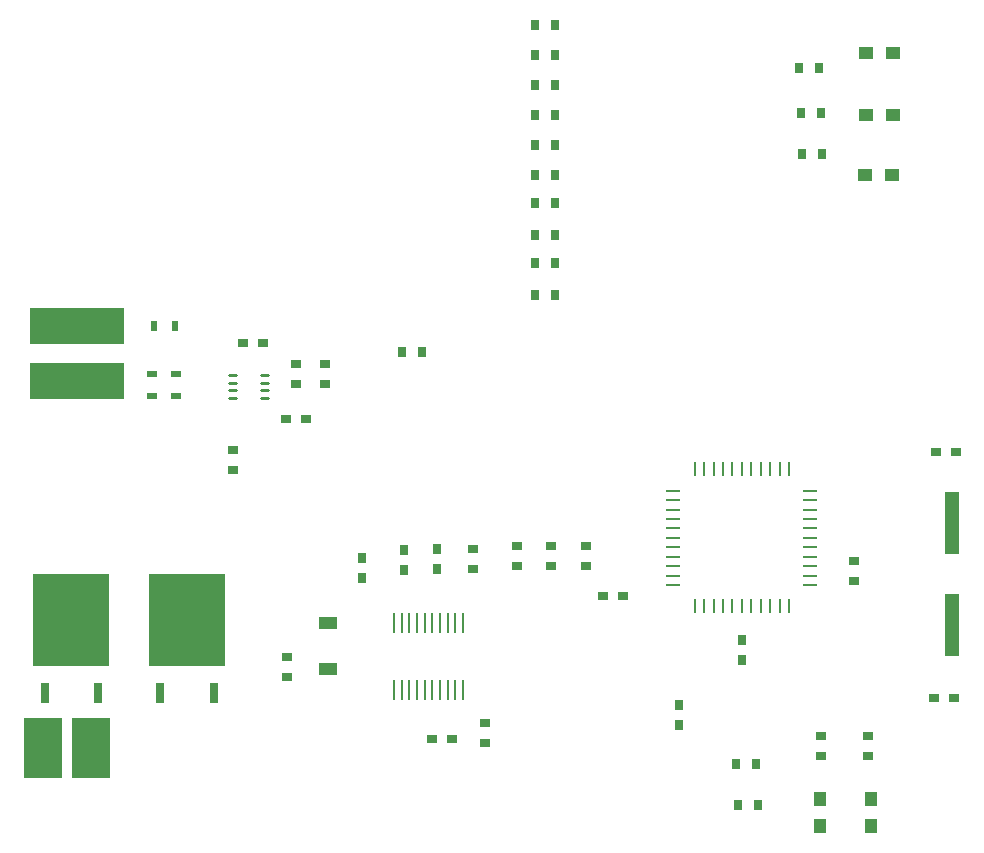
<source format=gbr>
G04 EAGLE Gerber RS-274X export*
G75*
%MOMM*%
%FSLAX34Y34*%
%LPD*%
%INSolderpaste Top*%
%IPPOS*%
%AMOC8*
5,1,8,0,0,1.08239X$1,22.5*%
G01*
%ADD10R,0.746000X0.846000*%
%ADD11R,0.846000X0.746000*%
%ADD12R,0.736600X1.752600*%
%ADD13R,6.451600X7.772400*%
%ADD14R,0.203200X1.778000*%
%ADD15R,3.251200X5.080000*%
%ADD16R,7.950200X3.048000*%
%ADD17R,0.250000X1.250000*%
%ADD18R,1.250000X0.250000*%
%ADD19R,1.246000X5.246000*%
%ADD20R,0.990600X1.143000*%
%ADD21C,0.225000*%
%ADD22R,1.143000X0.990600*%
%ADD23R,0.546000X0.946000*%
%ADD24R,1.546000X1.086000*%
%ADD25R,0.946000X0.546000*%


D10*
X563880Y318380D03*
X563880Y301380D03*
X627380Y326000D03*
X627380Y309000D03*
X599440Y324730D03*
X599440Y307730D03*
D11*
X622690Y165100D03*
X639690Y165100D03*
D12*
X392790Y203835D03*
X437790Y203835D03*
D13*
X415290Y265938D03*
D12*
X295000Y203835D03*
X340000Y203835D03*
D13*
X317500Y265938D03*
D11*
X753110Y311540D03*
X753110Y328540D03*
X723900Y311540D03*
X723900Y328540D03*
X657860Y326000D03*
X657860Y309000D03*
X500380Y234560D03*
X500380Y217560D03*
X668020Y178680D03*
X668020Y161680D03*
D14*
X649010Y263652D03*
X642510Y263652D03*
X636010Y263652D03*
X629510Y263652D03*
X623010Y263652D03*
X616510Y263652D03*
X610010Y263652D03*
X603510Y263652D03*
X597010Y263652D03*
X590510Y263652D03*
X590510Y206248D03*
X597010Y206248D03*
X603510Y206248D03*
X610010Y206248D03*
X616510Y206248D03*
X623010Y206248D03*
X629510Y206248D03*
X636010Y206248D03*
X642510Y206248D03*
X649010Y206248D03*
D11*
X694690Y328540D03*
X694690Y311540D03*
D15*
X293116Y157480D03*
X334264Y157480D03*
D11*
X479670Y500380D03*
X462670Y500380D03*
X516500Y435610D03*
X499500Y435610D03*
D16*
X322580Y467995D03*
X322580Y514985D03*
D11*
X454660Y409820D03*
X454660Y392820D03*
D17*
X845190Y277280D03*
X853190Y277280D03*
X861190Y277280D03*
X869190Y277280D03*
X877190Y277280D03*
X885190Y277280D03*
X893190Y277280D03*
X901190Y277280D03*
X909190Y277280D03*
X917190Y277280D03*
X925190Y277280D03*
D18*
X943190Y295280D03*
X943190Y303280D03*
X943190Y311280D03*
X943190Y319280D03*
X943190Y327280D03*
X943190Y335280D03*
X943190Y343280D03*
X943190Y351280D03*
X943190Y359280D03*
X943190Y367280D03*
X943190Y375280D03*
D17*
X925190Y393280D03*
X917190Y393280D03*
X909190Y393280D03*
X901190Y393280D03*
X893190Y393280D03*
X885190Y393280D03*
X877190Y393280D03*
X869190Y393280D03*
X861190Y393280D03*
X853190Y393280D03*
X845190Y393280D03*
D18*
X827190Y375280D03*
X827190Y367280D03*
X827190Y359280D03*
X827190Y351280D03*
X827190Y343280D03*
X827190Y335280D03*
X827190Y327280D03*
X827190Y319280D03*
X827190Y311280D03*
X827190Y303280D03*
X827190Y295280D03*
D11*
X508000Y482210D03*
X508000Y465210D03*
X532130Y465210D03*
X532130Y482210D03*
D19*
X1062990Y261800D03*
X1062990Y347800D03*
D11*
X1066410Y407670D03*
X1049410Y407670D03*
X1065140Y199390D03*
X1048140Y199390D03*
X767470Y285750D03*
X784470Y285750D03*
X980440Y298840D03*
X980440Y315840D03*
D10*
X831850Y176920D03*
X831850Y193920D03*
X885190Y231530D03*
X885190Y248530D03*
X710320Y769620D03*
X727320Y769620D03*
X710320Y744220D03*
X727320Y744220D03*
X710320Y718820D03*
X727320Y718820D03*
X710320Y693420D03*
X727320Y693420D03*
X710320Y668020D03*
X727320Y668020D03*
X710320Y642620D03*
X727320Y642620D03*
X710320Y618490D03*
X727320Y618490D03*
X710320Y591820D03*
X727320Y591820D03*
X710320Y567690D03*
X727320Y567690D03*
X710320Y541020D03*
X727320Y541020D03*
D11*
X952500Y167250D03*
X952500Y150250D03*
X991870Y167250D03*
X991870Y150250D03*
D20*
X951230Y114300D03*
X951230Y91440D03*
X994410Y114300D03*
X994410Y91440D03*
D21*
X456860Y473300D02*
X450860Y473300D01*
X450860Y466800D02*
X456860Y466800D01*
X456860Y460300D02*
X450860Y460300D01*
X450860Y453800D02*
X456860Y453800D01*
X477860Y453800D02*
X483860Y453800D01*
X483860Y460300D02*
X477860Y460300D01*
X477860Y466800D02*
X483860Y466800D01*
X483860Y473300D02*
X477860Y473300D01*
D10*
X614290Y492760D03*
X597290Y492760D03*
X936380Y660400D03*
X953380Y660400D03*
X935110Y694690D03*
X952110Y694690D03*
X933840Y732790D03*
X950840Y732790D03*
D22*
X990600Y745490D03*
X1013460Y745490D03*
X990600Y693420D03*
X1013460Y693420D03*
X989330Y642620D03*
X1012190Y642620D03*
D23*
X405240Y514350D03*
X387240Y514350D03*
D24*
X534670Y263140D03*
X534670Y224540D03*
D25*
X406400Y473820D03*
X406400Y455820D03*
X386080Y473820D03*
X386080Y455820D03*
D10*
X880500Y143510D03*
X897500Y143510D03*
X881770Y109220D03*
X898770Y109220D03*
M02*

</source>
